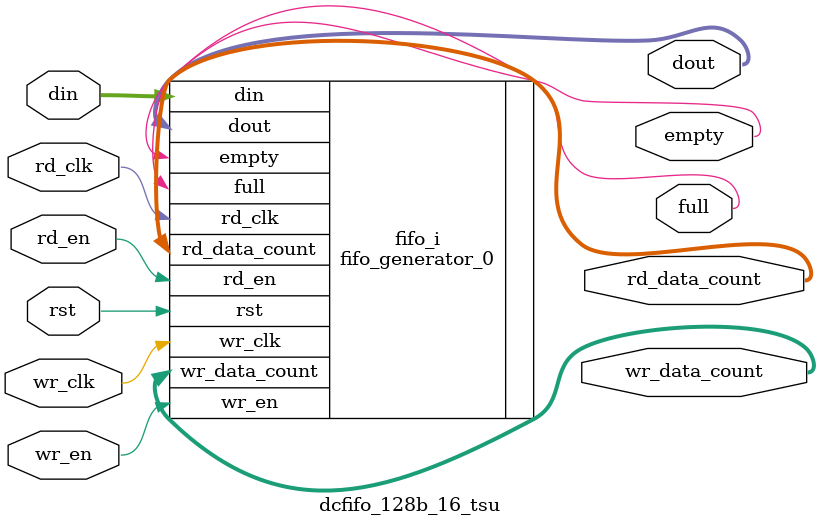
<source format=v>
/*******************************************************************************
*     This file is owned and controlled by Xilinx and must be used solely      *
*     for design, simulation, implementation and creation of design files      *
*     limited to Xilinx devices or technologies. Use with non-Xilinx           *
*     devices or technologies is expressly prohibited and immediately          *
*     terminates your license.                                                 *
*                                                                              *
*     XILINX IS PROVIDING THIS DESIGN, CODE, OR INFORMATION "AS IS" SOLELY     *
*     FOR USE IN DEVELOPING PROGRAMS AND SOLUTIONS FOR XILINX DEVICES.  BY     *
*     PROVIDING THIS DESIGN, CODE, OR INFORMATION AS ONE POSSIBLE              *
*     IMPLEMENTATION OF THIS FEATURE, APPLICATION OR STANDARD, XILINX IS       *
*     MAKING NO REPRESENTATION THAT THIS IMPLEMENTATION IS FREE FROM ANY       *
*     CLAIMS OF INFRINGEMENT, AND YOU ARE RESPONSIBLE FOR OBTAINING ANY        *
*     RIGHTS YOU MAY REQUIRE FOR YOUR IMPLEMENTATION.  XILINX EXPRESSLY        *
*     DISCLAIMS ANY WARRANTY WHATSOEVER WITH RESPECT TO THE ADEQUACY OF THE    *
*     IMPLEMENTATION, INCLUDING BUT NOT LIMITED TO ANY WARRANTIES OR           *
*     REPRESENTATIONS THAT THIS IMPLEMENTATION IS FREE FROM CLAIMS OF          *
*     INFRINGEMENT, IMPLIED WARRANTIES OF MERCHANTABILITY AND FITNESS FOR A    *
*     PARTICULAR PURPOSE.                                                      *
*                                                                              *
*     Xilinx products are not intended for use in life support appliances,     *
*     devices, or systems.  Use in such applications are expressly             *
*     prohibited.                                                              *
*                                                                              *
*     (c) Copyright 1995-2013 Xilinx, Inc.                                     *
*     All rights reserved.                                                     *
*******************************************************************************/
// You must compile the wrapper file dcfifo_128b_16.v when simulating
// the core, dcfifo_128b_16. When compiling the wrapper file, be sure to
// reference the XilinxCoreLib Verilog simulation library. For detailed
// instructions, please refer to the "CORE Generator Help".

// The synthesis directives "translate_off/translate_on" specified below are
// supported by Xilinx, Mentor Graphics and Synplicity synthesis
// tools. Ensure they are correct for your synthesis tool(s).

`timescale 1ns/1ps

module dcfifo_128b_16_tsu(
  rst,
  wr_clk,
  rd_clk,
  din,
  wr_en,
  rd_en,
  dout,
  full,
  empty,
  rd_data_count,
  wr_data_count
);
input rst;
input wr_clk;
input rd_clk;
input [127 : 0] din;
input wr_en;
input rd_en;
output [127 : 0] dout;
output full;
output empty;
output [3 : 0] rd_data_count;
output [3 : 0] wr_data_count;

fifo_generator_0 fifo_i (
  .rst(rst),                      // input wire rst
  .wr_clk(wr_clk),                // input wire wr_clk
  .rd_clk(rd_clk),                // input wire rd_clk
  .din(din),                      // input wire [127 : 0] din
  .wr_en(wr_en),                  // input wire wr_en
  .rd_en(rd_en),                  // input wire rd_en
  .dout(dout),                    // output wire [127 : 0] dout
  .full(full),                    // output wire full
  .empty(empty),                  // output wire empty
  .rd_data_count(rd_data_count),  // output wire [3 : 0] rd_data_count
  .wr_data_count(wr_data_count)  // output wire [3 : 0] wr_data_count
  // .wr_rst_busy(),      // output wire wr_rst_busy
  // .rd_rst_busy()      // output wire rd_rst_busy
);


endmodule

</source>
